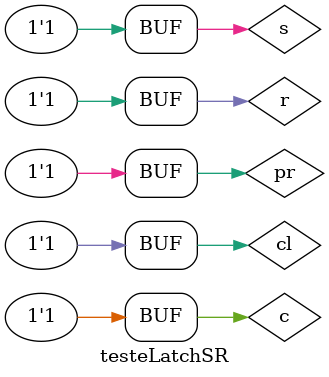
<source format=v>


module latchSR (q, qnot, s, r, c, cl, pr);
output q, qnot;
input s, r, c, cl, pr;
wire s0, s1, s2, s3;

nand NAND1(s0, s, c);
nand NAND2(s2, s0, s3);
nand NAND3(s3, s1, s2);
nand NAND3(s1, r,c);

assign q = s2;
assign qnot = s3;

endmodule //--fim module latchSR

// ----------------
// -- test LatchSR
// ----------------

module testeLatchSR;
reg s, r, c, cl, pr;
wire q, qnot;
//--instancia
latchSR latch1(q, qnot, s, r, c, cl, pr);

initial begin:start
pr=0; cl=0; c=0; s=0; r=0;
end
//-- parte principal
initial begin:main
$display("Guia 10- Exercicio 02 - Eduardo de Abreu Fortes - 384047");
$display("Latch SR, clear e preset com portas NAND");
$display("\nPR   CL   C    S    R    Q    QNot\n");
$monitor("%b     %b   %b    %b    %b    %b     %b", pr, cl, c, s, r, q, qnot);
#1 pr=0; cl=1; c=0; s=0; r=0;
#1 pr=1; cl=0; c=0; s=0; r=0;
#1 pr=1; cl=1; c=0; s=0; r=0;
#1 pr=0; cl=1; c=1; s=0; r=1;
#1 pr=1; cl=0; c=1; s=1; r=0;
#1 pr=1; cl=1; c=1; s=0; r=1;
#1 pr=1; cl=1; c=1; s=1; r=0;
#1 pr=1; cl=1; c=1; s=1; r=1;

end

endmodule //-- fim teste latchsr
</source>
